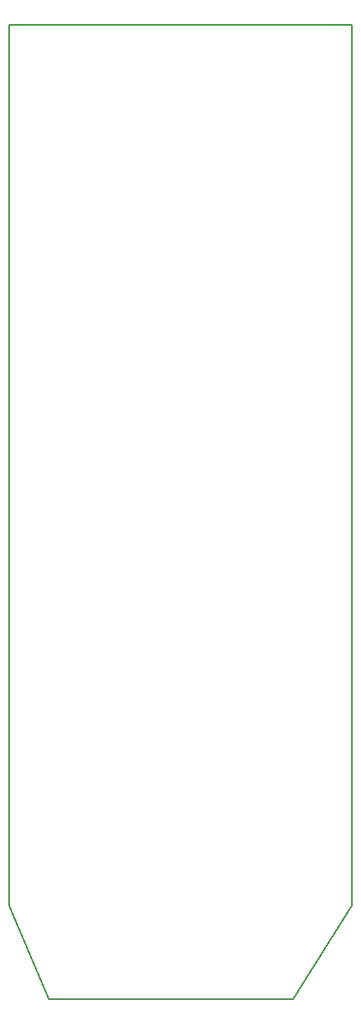
<source format=gm1>
G04 #@! TF.FileFunction,Profile,NP*
%FSLAX46Y46*%
G04 Gerber Fmt 4.6, Leading zero omitted, Abs format (unit mm)*
G04 Created by KiCad (PCBNEW 4.0.7) date Sun Dec 17 13:28:59 2017*
%MOMM*%
%LPD*%
G01*
G04 APERTURE LIST*
%ADD10C,0.100000*%
%ADD11C,0.150000*%
G04 APERTURE END LIST*
D10*
D11*
X69000000Y-139500000D02*
X44000000Y-139500000D01*
X75000000Y-130000000D02*
X69000000Y-139500000D01*
X40000000Y-130000000D02*
X44000000Y-139500000D01*
X40000000Y-130000000D02*
X40000000Y-40000000D01*
X75000000Y-40000000D02*
X75000000Y-130000000D01*
X40000000Y-40000000D02*
X75000000Y-40000000D01*
M02*

</source>
